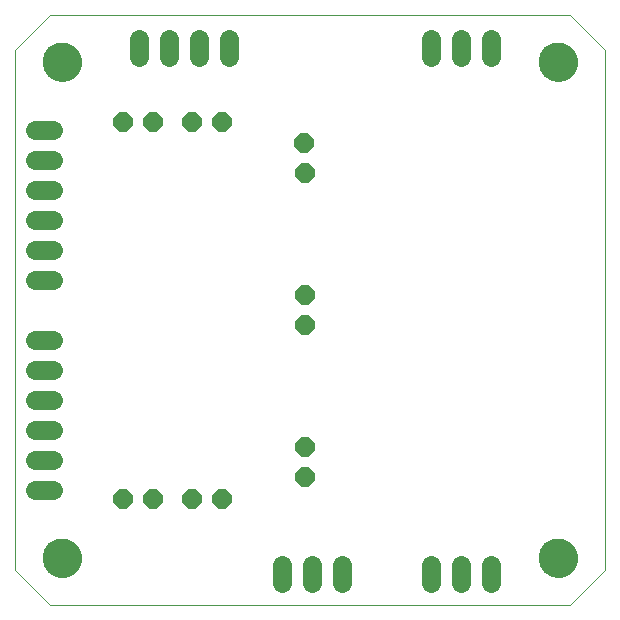
<source format=gbs>
G75*
%MOIN*%
%OFA0B0*%
%FSLAX25Y25*%
%IPPOS*%
%LPD*%
%AMOC8*
5,1,8,0,0,1.08239X$1,22.5*
%
%ADD10C,0.00000*%
%ADD11C,0.12998*%
%ADD12C,0.06400*%
%ADD13OC8,0.06400*%
D10*
X0010300Y0020311D02*
X0022111Y0008500D01*
X0195339Y0008500D01*
X0207150Y0020311D01*
X0207150Y0193539D01*
X0195339Y0205350D01*
X0022111Y0205350D01*
X0010300Y0193539D01*
X0010300Y0020311D01*
X0019749Y0024248D02*
X0019751Y0024406D01*
X0019757Y0024564D01*
X0019767Y0024722D01*
X0019781Y0024880D01*
X0019799Y0025037D01*
X0019820Y0025194D01*
X0019846Y0025350D01*
X0019876Y0025506D01*
X0019909Y0025661D01*
X0019947Y0025814D01*
X0019988Y0025967D01*
X0020033Y0026119D01*
X0020082Y0026270D01*
X0020135Y0026419D01*
X0020191Y0026567D01*
X0020251Y0026713D01*
X0020315Y0026858D01*
X0020383Y0027001D01*
X0020454Y0027143D01*
X0020528Y0027283D01*
X0020606Y0027420D01*
X0020688Y0027556D01*
X0020772Y0027690D01*
X0020861Y0027821D01*
X0020952Y0027950D01*
X0021047Y0028077D01*
X0021144Y0028202D01*
X0021245Y0028324D01*
X0021349Y0028443D01*
X0021456Y0028560D01*
X0021566Y0028674D01*
X0021679Y0028785D01*
X0021794Y0028894D01*
X0021912Y0028999D01*
X0022033Y0029101D01*
X0022156Y0029201D01*
X0022282Y0029297D01*
X0022410Y0029390D01*
X0022540Y0029480D01*
X0022673Y0029566D01*
X0022808Y0029650D01*
X0022944Y0029729D01*
X0023083Y0029806D01*
X0023224Y0029878D01*
X0023366Y0029948D01*
X0023510Y0030013D01*
X0023656Y0030075D01*
X0023803Y0030133D01*
X0023952Y0030188D01*
X0024102Y0030239D01*
X0024253Y0030286D01*
X0024405Y0030329D01*
X0024558Y0030368D01*
X0024713Y0030404D01*
X0024868Y0030435D01*
X0025024Y0030463D01*
X0025180Y0030487D01*
X0025337Y0030507D01*
X0025495Y0030523D01*
X0025652Y0030535D01*
X0025811Y0030543D01*
X0025969Y0030547D01*
X0026127Y0030547D01*
X0026285Y0030543D01*
X0026444Y0030535D01*
X0026601Y0030523D01*
X0026759Y0030507D01*
X0026916Y0030487D01*
X0027072Y0030463D01*
X0027228Y0030435D01*
X0027383Y0030404D01*
X0027538Y0030368D01*
X0027691Y0030329D01*
X0027843Y0030286D01*
X0027994Y0030239D01*
X0028144Y0030188D01*
X0028293Y0030133D01*
X0028440Y0030075D01*
X0028586Y0030013D01*
X0028730Y0029948D01*
X0028872Y0029878D01*
X0029013Y0029806D01*
X0029152Y0029729D01*
X0029288Y0029650D01*
X0029423Y0029566D01*
X0029556Y0029480D01*
X0029686Y0029390D01*
X0029814Y0029297D01*
X0029940Y0029201D01*
X0030063Y0029101D01*
X0030184Y0028999D01*
X0030302Y0028894D01*
X0030417Y0028785D01*
X0030530Y0028674D01*
X0030640Y0028560D01*
X0030747Y0028443D01*
X0030851Y0028324D01*
X0030952Y0028202D01*
X0031049Y0028077D01*
X0031144Y0027950D01*
X0031235Y0027821D01*
X0031324Y0027690D01*
X0031408Y0027556D01*
X0031490Y0027420D01*
X0031568Y0027283D01*
X0031642Y0027143D01*
X0031713Y0027001D01*
X0031781Y0026858D01*
X0031845Y0026713D01*
X0031905Y0026567D01*
X0031961Y0026419D01*
X0032014Y0026270D01*
X0032063Y0026119D01*
X0032108Y0025967D01*
X0032149Y0025814D01*
X0032187Y0025661D01*
X0032220Y0025506D01*
X0032250Y0025350D01*
X0032276Y0025194D01*
X0032297Y0025037D01*
X0032315Y0024880D01*
X0032329Y0024722D01*
X0032339Y0024564D01*
X0032345Y0024406D01*
X0032347Y0024248D01*
X0032345Y0024090D01*
X0032339Y0023932D01*
X0032329Y0023774D01*
X0032315Y0023616D01*
X0032297Y0023459D01*
X0032276Y0023302D01*
X0032250Y0023146D01*
X0032220Y0022990D01*
X0032187Y0022835D01*
X0032149Y0022682D01*
X0032108Y0022529D01*
X0032063Y0022377D01*
X0032014Y0022226D01*
X0031961Y0022077D01*
X0031905Y0021929D01*
X0031845Y0021783D01*
X0031781Y0021638D01*
X0031713Y0021495D01*
X0031642Y0021353D01*
X0031568Y0021213D01*
X0031490Y0021076D01*
X0031408Y0020940D01*
X0031324Y0020806D01*
X0031235Y0020675D01*
X0031144Y0020546D01*
X0031049Y0020419D01*
X0030952Y0020294D01*
X0030851Y0020172D01*
X0030747Y0020053D01*
X0030640Y0019936D01*
X0030530Y0019822D01*
X0030417Y0019711D01*
X0030302Y0019602D01*
X0030184Y0019497D01*
X0030063Y0019395D01*
X0029940Y0019295D01*
X0029814Y0019199D01*
X0029686Y0019106D01*
X0029556Y0019016D01*
X0029423Y0018930D01*
X0029288Y0018846D01*
X0029152Y0018767D01*
X0029013Y0018690D01*
X0028872Y0018618D01*
X0028730Y0018548D01*
X0028586Y0018483D01*
X0028440Y0018421D01*
X0028293Y0018363D01*
X0028144Y0018308D01*
X0027994Y0018257D01*
X0027843Y0018210D01*
X0027691Y0018167D01*
X0027538Y0018128D01*
X0027383Y0018092D01*
X0027228Y0018061D01*
X0027072Y0018033D01*
X0026916Y0018009D01*
X0026759Y0017989D01*
X0026601Y0017973D01*
X0026444Y0017961D01*
X0026285Y0017953D01*
X0026127Y0017949D01*
X0025969Y0017949D01*
X0025811Y0017953D01*
X0025652Y0017961D01*
X0025495Y0017973D01*
X0025337Y0017989D01*
X0025180Y0018009D01*
X0025024Y0018033D01*
X0024868Y0018061D01*
X0024713Y0018092D01*
X0024558Y0018128D01*
X0024405Y0018167D01*
X0024253Y0018210D01*
X0024102Y0018257D01*
X0023952Y0018308D01*
X0023803Y0018363D01*
X0023656Y0018421D01*
X0023510Y0018483D01*
X0023366Y0018548D01*
X0023224Y0018618D01*
X0023083Y0018690D01*
X0022944Y0018767D01*
X0022808Y0018846D01*
X0022673Y0018930D01*
X0022540Y0019016D01*
X0022410Y0019106D01*
X0022282Y0019199D01*
X0022156Y0019295D01*
X0022033Y0019395D01*
X0021912Y0019497D01*
X0021794Y0019602D01*
X0021679Y0019711D01*
X0021566Y0019822D01*
X0021456Y0019936D01*
X0021349Y0020053D01*
X0021245Y0020172D01*
X0021144Y0020294D01*
X0021047Y0020419D01*
X0020952Y0020546D01*
X0020861Y0020675D01*
X0020772Y0020806D01*
X0020688Y0020940D01*
X0020606Y0021076D01*
X0020528Y0021213D01*
X0020454Y0021353D01*
X0020383Y0021495D01*
X0020315Y0021638D01*
X0020251Y0021783D01*
X0020191Y0021929D01*
X0020135Y0022077D01*
X0020082Y0022226D01*
X0020033Y0022377D01*
X0019988Y0022529D01*
X0019947Y0022682D01*
X0019909Y0022835D01*
X0019876Y0022990D01*
X0019846Y0023146D01*
X0019820Y0023302D01*
X0019799Y0023459D01*
X0019781Y0023616D01*
X0019767Y0023774D01*
X0019757Y0023932D01*
X0019751Y0024090D01*
X0019749Y0024248D01*
X0019749Y0189602D02*
X0019751Y0189760D01*
X0019757Y0189918D01*
X0019767Y0190076D01*
X0019781Y0190234D01*
X0019799Y0190391D01*
X0019820Y0190548D01*
X0019846Y0190704D01*
X0019876Y0190860D01*
X0019909Y0191015D01*
X0019947Y0191168D01*
X0019988Y0191321D01*
X0020033Y0191473D01*
X0020082Y0191624D01*
X0020135Y0191773D01*
X0020191Y0191921D01*
X0020251Y0192067D01*
X0020315Y0192212D01*
X0020383Y0192355D01*
X0020454Y0192497D01*
X0020528Y0192637D01*
X0020606Y0192774D01*
X0020688Y0192910D01*
X0020772Y0193044D01*
X0020861Y0193175D01*
X0020952Y0193304D01*
X0021047Y0193431D01*
X0021144Y0193556D01*
X0021245Y0193678D01*
X0021349Y0193797D01*
X0021456Y0193914D01*
X0021566Y0194028D01*
X0021679Y0194139D01*
X0021794Y0194248D01*
X0021912Y0194353D01*
X0022033Y0194455D01*
X0022156Y0194555D01*
X0022282Y0194651D01*
X0022410Y0194744D01*
X0022540Y0194834D01*
X0022673Y0194920D01*
X0022808Y0195004D01*
X0022944Y0195083D01*
X0023083Y0195160D01*
X0023224Y0195232D01*
X0023366Y0195302D01*
X0023510Y0195367D01*
X0023656Y0195429D01*
X0023803Y0195487D01*
X0023952Y0195542D01*
X0024102Y0195593D01*
X0024253Y0195640D01*
X0024405Y0195683D01*
X0024558Y0195722D01*
X0024713Y0195758D01*
X0024868Y0195789D01*
X0025024Y0195817D01*
X0025180Y0195841D01*
X0025337Y0195861D01*
X0025495Y0195877D01*
X0025652Y0195889D01*
X0025811Y0195897D01*
X0025969Y0195901D01*
X0026127Y0195901D01*
X0026285Y0195897D01*
X0026444Y0195889D01*
X0026601Y0195877D01*
X0026759Y0195861D01*
X0026916Y0195841D01*
X0027072Y0195817D01*
X0027228Y0195789D01*
X0027383Y0195758D01*
X0027538Y0195722D01*
X0027691Y0195683D01*
X0027843Y0195640D01*
X0027994Y0195593D01*
X0028144Y0195542D01*
X0028293Y0195487D01*
X0028440Y0195429D01*
X0028586Y0195367D01*
X0028730Y0195302D01*
X0028872Y0195232D01*
X0029013Y0195160D01*
X0029152Y0195083D01*
X0029288Y0195004D01*
X0029423Y0194920D01*
X0029556Y0194834D01*
X0029686Y0194744D01*
X0029814Y0194651D01*
X0029940Y0194555D01*
X0030063Y0194455D01*
X0030184Y0194353D01*
X0030302Y0194248D01*
X0030417Y0194139D01*
X0030530Y0194028D01*
X0030640Y0193914D01*
X0030747Y0193797D01*
X0030851Y0193678D01*
X0030952Y0193556D01*
X0031049Y0193431D01*
X0031144Y0193304D01*
X0031235Y0193175D01*
X0031324Y0193044D01*
X0031408Y0192910D01*
X0031490Y0192774D01*
X0031568Y0192637D01*
X0031642Y0192497D01*
X0031713Y0192355D01*
X0031781Y0192212D01*
X0031845Y0192067D01*
X0031905Y0191921D01*
X0031961Y0191773D01*
X0032014Y0191624D01*
X0032063Y0191473D01*
X0032108Y0191321D01*
X0032149Y0191168D01*
X0032187Y0191015D01*
X0032220Y0190860D01*
X0032250Y0190704D01*
X0032276Y0190548D01*
X0032297Y0190391D01*
X0032315Y0190234D01*
X0032329Y0190076D01*
X0032339Y0189918D01*
X0032345Y0189760D01*
X0032347Y0189602D01*
X0032345Y0189444D01*
X0032339Y0189286D01*
X0032329Y0189128D01*
X0032315Y0188970D01*
X0032297Y0188813D01*
X0032276Y0188656D01*
X0032250Y0188500D01*
X0032220Y0188344D01*
X0032187Y0188189D01*
X0032149Y0188036D01*
X0032108Y0187883D01*
X0032063Y0187731D01*
X0032014Y0187580D01*
X0031961Y0187431D01*
X0031905Y0187283D01*
X0031845Y0187137D01*
X0031781Y0186992D01*
X0031713Y0186849D01*
X0031642Y0186707D01*
X0031568Y0186567D01*
X0031490Y0186430D01*
X0031408Y0186294D01*
X0031324Y0186160D01*
X0031235Y0186029D01*
X0031144Y0185900D01*
X0031049Y0185773D01*
X0030952Y0185648D01*
X0030851Y0185526D01*
X0030747Y0185407D01*
X0030640Y0185290D01*
X0030530Y0185176D01*
X0030417Y0185065D01*
X0030302Y0184956D01*
X0030184Y0184851D01*
X0030063Y0184749D01*
X0029940Y0184649D01*
X0029814Y0184553D01*
X0029686Y0184460D01*
X0029556Y0184370D01*
X0029423Y0184284D01*
X0029288Y0184200D01*
X0029152Y0184121D01*
X0029013Y0184044D01*
X0028872Y0183972D01*
X0028730Y0183902D01*
X0028586Y0183837D01*
X0028440Y0183775D01*
X0028293Y0183717D01*
X0028144Y0183662D01*
X0027994Y0183611D01*
X0027843Y0183564D01*
X0027691Y0183521D01*
X0027538Y0183482D01*
X0027383Y0183446D01*
X0027228Y0183415D01*
X0027072Y0183387D01*
X0026916Y0183363D01*
X0026759Y0183343D01*
X0026601Y0183327D01*
X0026444Y0183315D01*
X0026285Y0183307D01*
X0026127Y0183303D01*
X0025969Y0183303D01*
X0025811Y0183307D01*
X0025652Y0183315D01*
X0025495Y0183327D01*
X0025337Y0183343D01*
X0025180Y0183363D01*
X0025024Y0183387D01*
X0024868Y0183415D01*
X0024713Y0183446D01*
X0024558Y0183482D01*
X0024405Y0183521D01*
X0024253Y0183564D01*
X0024102Y0183611D01*
X0023952Y0183662D01*
X0023803Y0183717D01*
X0023656Y0183775D01*
X0023510Y0183837D01*
X0023366Y0183902D01*
X0023224Y0183972D01*
X0023083Y0184044D01*
X0022944Y0184121D01*
X0022808Y0184200D01*
X0022673Y0184284D01*
X0022540Y0184370D01*
X0022410Y0184460D01*
X0022282Y0184553D01*
X0022156Y0184649D01*
X0022033Y0184749D01*
X0021912Y0184851D01*
X0021794Y0184956D01*
X0021679Y0185065D01*
X0021566Y0185176D01*
X0021456Y0185290D01*
X0021349Y0185407D01*
X0021245Y0185526D01*
X0021144Y0185648D01*
X0021047Y0185773D01*
X0020952Y0185900D01*
X0020861Y0186029D01*
X0020772Y0186160D01*
X0020688Y0186294D01*
X0020606Y0186430D01*
X0020528Y0186567D01*
X0020454Y0186707D01*
X0020383Y0186849D01*
X0020315Y0186992D01*
X0020251Y0187137D01*
X0020191Y0187283D01*
X0020135Y0187431D01*
X0020082Y0187580D01*
X0020033Y0187731D01*
X0019988Y0187883D01*
X0019947Y0188036D01*
X0019909Y0188189D01*
X0019876Y0188344D01*
X0019846Y0188500D01*
X0019820Y0188656D01*
X0019799Y0188813D01*
X0019781Y0188970D01*
X0019767Y0189128D01*
X0019757Y0189286D01*
X0019751Y0189444D01*
X0019749Y0189602D01*
X0185103Y0189602D02*
X0185105Y0189760D01*
X0185111Y0189918D01*
X0185121Y0190076D01*
X0185135Y0190234D01*
X0185153Y0190391D01*
X0185174Y0190548D01*
X0185200Y0190704D01*
X0185230Y0190860D01*
X0185263Y0191015D01*
X0185301Y0191168D01*
X0185342Y0191321D01*
X0185387Y0191473D01*
X0185436Y0191624D01*
X0185489Y0191773D01*
X0185545Y0191921D01*
X0185605Y0192067D01*
X0185669Y0192212D01*
X0185737Y0192355D01*
X0185808Y0192497D01*
X0185882Y0192637D01*
X0185960Y0192774D01*
X0186042Y0192910D01*
X0186126Y0193044D01*
X0186215Y0193175D01*
X0186306Y0193304D01*
X0186401Y0193431D01*
X0186498Y0193556D01*
X0186599Y0193678D01*
X0186703Y0193797D01*
X0186810Y0193914D01*
X0186920Y0194028D01*
X0187033Y0194139D01*
X0187148Y0194248D01*
X0187266Y0194353D01*
X0187387Y0194455D01*
X0187510Y0194555D01*
X0187636Y0194651D01*
X0187764Y0194744D01*
X0187894Y0194834D01*
X0188027Y0194920D01*
X0188162Y0195004D01*
X0188298Y0195083D01*
X0188437Y0195160D01*
X0188578Y0195232D01*
X0188720Y0195302D01*
X0188864Y0195367D01*
X0189010Y0195429D01*
X0189157Y0195487D01*
X0189306Y0195542D01*
X0189456Y0195593D01*
X0189607Y0195640D01*
X0189759Y0195683D01*
X0189912Y0195722D01*
X0190067Y0195758D01*
X0190222Y0195789D01*
X0190378Y0195817D01*
X0190534Y0195841D01*
X0190691Y0195861D01*
X0190849Y0195877D01*
X0191006Y0195889D01*
X0191165Y0195897D01*
X0191323Y0195901D01*
X0191481Y0195901D01*
X0191639Y0195897D01*
X0191798Y0195889D01*
X0191955Y0195877D01*
X0192113Y0195861D01*
X0192270Y0195841D01*
X0192426Y0195817D01*
X0192582Y0195789D01*
X0192737Y0195758D01*
X0192892Y0195722D01*
X0193045Y0195683D01*
X0193197Y0195640D01*
X0193348Y0195593D01*
X0193498Y0195542D01*
X0193647Y0195487D01*
X0193794Y0195429D01*
X0193940Y0195367D01*
X0194084Y0195302D01*
X0194226Y0195232D01*
X0194367Y0195160D01*
X0194506Y0195083D01*
X0194642Y0195004D01*
X0194777Y0194920D01*
X0194910Y0194834D01*
X0195040Y0194744D01*
X0195168Y0194651D01*
X0195294Y0194555D01*
X0195417Y0194455D01*
X0195538Y0194353D01*
X0195656Y0194248D01*
X0195771Y0194139D01*
X0195884Y0194028D01*
X0195994Y0193914D01*
X0196101Y0193797D01*
X0196205Y0193678D01*
X0196306Y0193556D01*
X0196403Y0193431D01*
X0196498Y0193304D01*
X0196589Y0193175D01*
X0196678Y0193044D01*
X0196762Y0192910D01*
X0196844Y0192774D01*
X0196922Y0192637D01*
X0196996Y0192497D01*
X0197067Y0192355D01*
X0197135Y0192212D01*
X0197199Y0192067D01*
X0197259Y0191921D01*
X0197315Y0191773D01*
X0197368Y0191624D01*
X0197417Y0191473D01*
X0197462Y0191321D01*
X0197503Y0191168D01*
X0197541Y0191015D01*
X0197574Y0190860D01*
X0197604Y0190704D01*
X0197630Y0190548D01*
X0197651Y0190391D01*
X0197669Y0190234D01*
X0197683Y0190076D01*
X0197693Y0189918D01*
X0197699Y0189760D01*
X0197701Y0189602D01*
X0197699Y0189444D01*
X0197693Y0189286D01*
X0197683Y0189128D01*
X0197669Y0188970D01*
X0197651Y0188813D01*
X0197630Y0188656D01*
X0197604Y0188500D01*
X0197574Y0188344D01*
X0197541Y0188189D01*
X0197503Y0188036D01*
X0197462Y0187883D01*
X0197417Y0187731D01*
X0197368Y0187580D01*
X0197315Y0187431D01*
X0197259Y0187283D01*
X0197199Y0187137D01*
X0197135Y0186992D01*
X0197067Y0186849D01*
X0196996Y0186707D01*
X0196922Y0186567D01*
X0196844Y0186430D01*
X0196762Y0186294D01*
X0196678Y0186160D01*
X0196589Y0186029D01*
X0196498Y0185900D01*
X0196403Y0185773D01*
X0196306Y0185648D01*
X0196205Y0185526D01*
X0196101Y0185407D01*
X0195994Y0185290D01*
X0195884Y0185176D01*
X0195771Y0185065D01*
X0195656Y0184956D01*
X0195538Y0184851D01*
X0195417Y0184749D01*
X0195294Y0184649D01*
X0195168Y0184553D01*
X0195040Y0184460D01*
X0194910Y0184370D01*
X0194777Y0184284D01*
X0194642Y0184200D01*
X0194506Y0184121D01*
X0194367Y0184044D01*
X0194226Y0183972D01*
X0194084Y0183902D01*
X0193940Y0183837D01*
X0193794Y0183775D01*
X0193647Y0183717D01*
X0193498Y0183662D01*
X0193348Y0183611D01*
X0193197Y0183564D01*
X0193045Y0183521D01*
X0192892Y0183482D01*
X0192737Y0183446D01*
X0192582Y0183415D01*
X0192426Y0183387D01*
X0192270Y0183363D01*
X0192113Y0183343D01*
X0191955Y0183327D01*
X0191798Y0183315D01*
X0191639Y0183307D01*
X0191481Y0183303D01*
X0191323Y0183303D01*
X0191165Y0183307D01*
X0191006Y0183315D01*
X0190849Y0183327D01*
X0190691Y0183343D01*
X0190534Y0183363D01*
X0190378Y0183387D01*
X0190222Y0183415D01*
X0190067Y0183446D01*
X0189912Y0183482D01*
X0189759Y0183521D01*
X0189607Y0183564D01*
X0189456Y0183611D01*
X0189306Y0183662D01*
X0189157Y0183717D01*
X0189010Y0183775D01*
X0188864Y0183837D01*
X0188720Y0183902D01*
X0188578Y0183972D01*
X0188437Y0184044D01*
X0188298Y0184121D01*
X0188162Y0184200D01*
X0188027Y0184284D01*
X0187894Y0184370D01*
X0187764Y0184460D01*
X0187636Y0184553D01*
X0187510Y0184649D01*
X0187387Y0184749D01*
X0187266Y0184851D01*
X0187148Y0184956D01*
X0187033Y0185065D01*
X0186920Y0185176D01*
X0186810Y0185290D01*
X0186703Y0185407D01*
X0186599Y0185526D01*
X0186498Y0185648D01*
X0186401Y0185773D01*
X0186306Y0185900D01*
X0186215Y0186029D01*
X0186126Y0186160D01*
X0186042Y0186294D01*
X0185960Y0186430D01*
X0185882Y0186567D01*
X0185808Y0186707D01*
X0185737Y0186849D01*
X0185669Y0186992D01*
X0185605Y0187137D01*
X0185545Y0187283D01*
X0185489Y0187431D01*
X0185436Y0187580D01*
X0185387Y0187731D01*
X0185342Y0187883D01*
X0185301Y0188036D01*
X0185263Y0188189D01*
X0185230Y0188344D01*
X0185200Y0188500D01*
X0185174Y0188656D01*
X0185153Y0188813D01*
X0185135Y0188970D01*
X0185121Y0189128D01*
X0185111Y0189286D01*
X0185105Y0189444D01*
X0185103Y0189602D01*
X0185103Y0024248D02*
X0185105Y0024406D01*
X0185111Y0024564D01*
X0185121Y0024722D01*
X0185135Y0024880D01*
X0185153Y0025037D01*
X0185174Y0025194D01*
X0185200Y0025350D01*
X0185230Y0025506D01*
X0185263Y0025661D01*
X0185301Y0025814D01*
X0185342Y0025967D01*
X0185387Y0026119D01*
X0185436Y0026270D01*
X0185489Y0026419D01*
X0185545Y0026567D01*
X0185605Y0026713D01*
X0185669Y0026858D01*
X0185737Y0027001D01*
X0185808Y0027143D01*
X0185882Y0027283D01*
X0185960Y0027420D01*
X0186042Y0027556D01*
X0186126Y0027690D01*
X0186215Y0027821D01*
X0186306Y0027950D01*
X0186401Y0028077D01*
X0186498Y0028202D01*
X0186599Y0028324D01*
X0186703Y0028443D01*
X0186810Y0028560D01*
X0186920Y0028674D01*
X0187033Y0028785D01*
X0187148Y0028894D01*
X0187266Y0028999D01*
X0187387Y0029101D01*
X0187510Y0029201D01*
X0187636Y0029297D01*
X0187764Y0029390D01*
X0187894Y0029480D01*
X0188027Y0029566D01*
X0188162Y0029650D01*
X0188298Y0029729D01*
X0188437Y0029806D01*
X0188578Y0029878D01*
X0188720Y0029948D01*
X0188864Y0030013D01*
X0189010Y0030075D01*
X0189157Y0030133D01*
X0189306Y0030188D01*
X0189456Y0030239D01*
X0189607Y0030286D01*
X0189759Y0030329D01*
X0189912Y0030368D01*
X0190067Y0030404D01*
X0190222Y0030435D01*
X0190378Y0030463D01*
X0190534Y0030487D01*
X0190691Y0030507D01*
X0190849Y0030523D01*
X0191006Y0030535D01*
X0191165Y0030543D01*
X0191323Y0030547D01*
X0191481Y0030547D01*
X0191639Y0030543D01*
X0191798Y0030535D01*
X0191955Y0030523D01*
X0192113Y0030507D01*
X0192270Y0030487D01*
X0192426Y0030463D01*
X0192582Y0030435D01*
X0192737Y0030404D01*
X0192892Y0030368D01*
X0193045Y0030329D01*
X0193197Y0030286D01*
X0193348Y0030239D01*
X0193498Y0030188D01*
X0193647Y0030133D01*
X0193794Y0030075D01*
X0193940Y0030013D01*
X0194084Y0029948D01*
X0194226Y0029878D01*
X0194367Y0029806D01*
X0194506Y0029729D01*
X0194642Y0029650D01*
X0194777Y0029566D01*
X0194910Y0029480D01*
X0195040Y0029390D01*
X0195168Y0029297D01*
X0195294Y0029201D01*
X0195417Y0029101D01*
X0195538Y0028999D01*
X0195656Y0028894D01*
X0195771Y0028785D01*
X0195884Y0028674D01*
X0195994Y0028560D01*
X0196101Y0028443D01*
X0196205Y0028324D01*
X0196306Y0028202D01*
X0196403Y0028077D01*
X0196498Y0027950D01*
X0196589Y0027821D01*
X0196678Y0027690D01*
X0196762Y0027556D01*
X0196844Y0027420D01*
X0196922Y0027283D01*
X0196996Y0027143D01*
X0197067Y0027001D01*
X0197135Y0026858D01*
X0197199Y0026713D01*
X0197259Y0026567D01*
X0197315Y0026419D01*
X0197368Y0026270D01*
X0197417Y0026119D01*
X0197462Y0025967D01*
X0197503Y0025814D01*
X0197541Y0025661D01*
X0197574Y0025506D01*
X0197604Y0025350D01*
X0197630Y0025194D01*
X0197651Y0025037D01*
X0197669Y0024880D01*
X0197683Y0024722D01*
X0197693Y0024564D01*
X0197699Y0024406D01*
X0197701Y0024248D01*
X0197699Y0024090D01*
X0197693Y0023932D01*
X0197683Y0023774D01*
X0197669Y0023616D01*
X0197651Y0023459D01*
X0197630Y0023302D01*
X0197604Y0023146D01*
X0197574Y0022990D01*
X0197541Y0022835D01*
X0197503Y0022682D01*
X0197462Y0022529D01*
X0197417Y0022377D01*
X0197368Y0022226D01*
X0197315Y0022077D01*
X0197259Y0021929D01*
X0197199Y0021783D01*
X0197135Y0021638D01*
X0197067Y0021495D01*
X0196996Y0021353D01*
X0196922Y0021213D01*
X0196844Y0021076D01*
X0196762Y0020940D01*
X0196678Y0020806D01*
X0196589Y0020675D01*
X0196498Y0020546D01*
X0196403Y0020419D01*
X0196306Y0020294D01*
X0196205Y0020172D01*
X0196101Y0020053D01*
X0195994Y0019936D01*
X0195884Y0019822D01*
X0195771Y0019711D01*
X0195656Y0019602D01*
X0195538Y0019497D01*
X0195417Y0019395D01*
X0195294Y0019295D01*
X0195168Y0019199D01*
X0195040Y0019106D01*
X0194910Y0019016D01*
X0194777Y0018930D01*
X0194642Y0018846D01*
X0194506Y0018767D01*
X0194367Y0018690D01*
X0194226Y0018618D01*
X0194084Y0018548D01*
X0193940Y0018483D01*
X0193794Y0018421D01*
X0193647Y0018363D01*
X0193498Y0018308D01*
X0193348Y0018257D01*
X0193197Y0018210D01*
X0193045Y0018167D01*
X0192892Y0018128D01*
X0192737Y0018092D01*
X0192582Y0018061D01*
X0192426Y0018033D01*
X0192270Y0018009D01*
X0192113Y0017989D01*
X0191955Y0017973D01*
X0191798Y0017961D01*
X0191639Y0017953D01*
X0191481Y0017949D01*
X0191323Y0017949D01*
X0191165Y0017953D01*
X0191006Y0017961D01*
X0190849Y0017973D01*
X0190691Y0017989D01*
X0190534Y0018009D01*
X0190378Y0018033D01*
X0190222Y0018061D01*
X0190067Y0018092D01*
X0189912Y0018128D01*
X0189759Y0018167D01*
X0189607Y0018210D01*
X0189456Y0018257D01*
X0189306Y0018308D01*
X0189157Y0018363D01*
X0189010Y0018421D01*
X0188864Y0018483D01*
X0188720Y0018548D01*
X0188578Y0018618D01*
X0188437Y0018690D01*
X0188298Y0018767D01*
X0188162Y0018846D01*
X0188027Y0018930D01*
X0187894Y0019016D01*
X0187764Y0019106D01*
X0187636Y0019199D01*
X0187510Y0019295D01*
X0187387Y0019395D01*
X0187266Y0019497D01*
X0187148Y0019602D01*
X0187033Y0019711D01*
X0186920Y0019822D01*
X0186810Y0019936D01*
X0186703Y0020053D01*
X0186599Y0020172D01*
X0186498Y0020294D01*
X0186401Y0020419D01*
X0186306Y0020546D01*
X0186215Y0020675D01*
X0186126Y0020806D01*
X0186042Y0020940D01*
X0185960Y0021076D01*
X0185882Y0021213D01*
X0185808Y0021353D01*
X0185737Y0021495D01*
X0185669Y0021638D01*
X0185605Y0021783D01*
X0185545Y0021929D01*
X0185489Y0022077D01*
X0185436Y0022226D01*
X0185387Y0022377D01*
X0185342Y0022529D01*
X0185301Y0022682D01*
X0185263Y0022835D01*
X0185230Y0022990D01*
X0185200Y0023146D01*
X0185174Y0023302D01*
X0185153Y0023459D01*
X0185135Y0023616D01*
X0185121Y0023774D01*
X0185111Y0023932D01*
X0185105Y0024090D01*
X0185103Y0024248D01*
D11*
X0191402Y0024248D03*
X0026048Y0024248D03*
X0026048Y0189602D03*
X0191402Y0189602D03*
D12*
X0169100Y0191400D02*
X0169100Y0197400D01*
X0159100Y0197400D02*
X0159100Y0191400D01*
X0149100Y0191400D02*
X0149100Y0197400D01*
X0081700Y0197400D02*
X0081700Y0191400D01*
X0071700Y0191400D02*
X0071700Y0197400D01*
X0061700Y0197400D02*
X0061700Y0191400D01*
X0051700Y0191400D02*
X0051700Y0197400D01*
X0023143Y0166925D02*
X0017143Y0166925D01*
X0017143Y0156925D02*
X0023143Y0156925D01*
X0023143Y0146925D02*
X0017143Y0146925D01*
X0017143Y0136925D02*
X0023143Y0136925D01*
X0023143Y0126925D02*
X0017143Y0126925D01*
X0017143Y0116925D02*
X0023143Y0116925D01*
X0023143Y0096925D02*
X0017143Y0096925D01*
X0017143Y0086925D02*
X0023143Y0086925D01*
X0023143Y0076925D02*
X0017143Y0076925D01*
X0017143Y0066925D02*
X0023143Y0066925D01*
X0023143Y0056925D02*
X0017143Y0056925D01*
X0017143Y0046925D02*
X0023143Y0046925D01*
X0099500Y0021900D02*
X0099500Y0015900D01*
X0109500Y0015900D02*
X0109500Y0021900D01*
X0119500Y0021900D02*
X0119500Y0015900D01*
X0149100Y0015900D02*
X0149100Y0021900D01*
X0159100Y0021900D02*
X0159100Y0015900D01*
X0169100Y0015900D02*
X0169100Y0021900D01*
D13*
X0107000Y0051200D03*
X0107000Y0061200D03*
X0079500Y0044000D03*
X0069500Y0044000D03*
X0056500Y0044000D03*
X0046500Y0044000D03*
X0107000Y0101900D03*
X0107000Y0111900D03*
X0106900Y0152500D03*
X0106600Y0162500D03*
X0079500Y0169700D03*
X0069500Y0169700D03*
X0056500Y0169700D03*
X0046500Y0169700D03*
M02*

</source>
